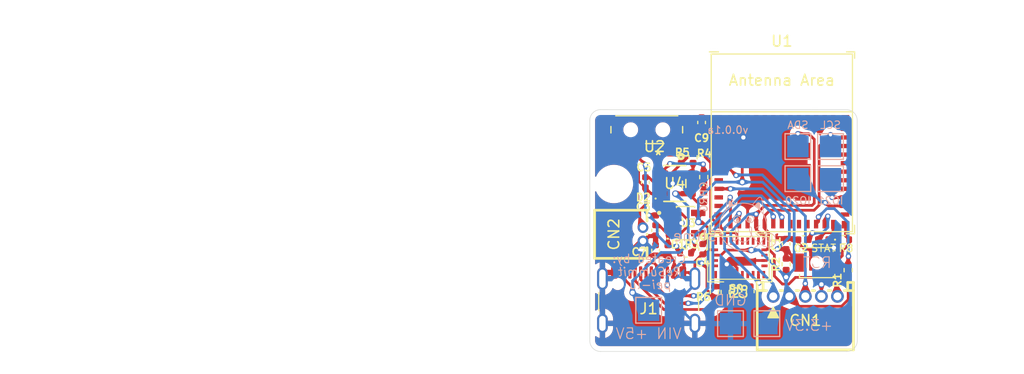
<source format=kicad_pcb>
(kicad_pcb (version 20240108) (generator "pcbnew") (generator_version "8.0")
  (layers (0 "F.Cu" signal) (31 "B.Cu" signal) (34 "B.Paste" user) (35 "F.Paste" user) (36 "B.SilkS" user "B.Silkscreen") (37 "F.SilkS" user "F.Silkscreen") (38 "B.Mask" user) (39 "F.Mask" user) (44 "Edge.Cuts" user))
  (net 0 "")
  (net 1 "GND")
  (net 2 "VBAT")
  (net 3 "/ESP32-C6FH4/ESP_EN")
  (net 4 "/ESP32-C6FH4/IO9{slash}BOOT")
  (net 5 "VBUS")
  (net 6 "Net-(CHRG1-K)")
  (net 7 "/ESP32-C6FH4/IO8")
  (net 8 "Net-(D1-K)")
  (net 9 "/ESP32-C6FH4/IO15{slash}LP")
  (net 10 "/ESP32-C6FH4/IO5")
  (net 11 "/ESP32-C6FH4/IO16{slash}TX")
  (net 12 "/ESP32-C6FH4/IO20{slash}PICO")
  (net 13 "/ESP32-C6FH4/IO23{slash}STAT")
  (net 14 "/ESP32-C6FH4/IO4")
  (net 15 "/ESP32-C6FH4/IO17{slash}RX")
  (net 16 "/ESP32-C6FH4/IO21{slash}POCI")
  (net 17 "/ESP32-C6FH4/IO22{slash}~{SD_DET}")
  (net 18 "D+ P")
  (net 20 "Net-(U5-CAP)")
  (net 21 "D- N")
  (net 22 "BNO_INT")
  (net 28 "BNO_SCL")
  (net 30 "BNO_SDA")
  (net 38 "+3.3V")
  (net 39 "/ESP32-C6FH4/IO14")
  (net 40 "BNO_INT2")
  (net 41 "BatSense")
  (net 42 "Net-(J1-CC2)")
  (net 43 "Net-(J1-CC1)")
  (net 44 "Net-(U4-STAT)")
  (net 45 "Net-(U4-PROG)")
  (net 48 "/ESP32-C6FH4/IO18{slash}~{CS}")
  (net 49 "/ESP32-C6FH4/IO3")
  (net 50 "/ESP32-C6FH4/IO19{slash}SCK")
  (net 51 "Net-(STAT1-K)")
  (net 54 "Net-(D2-A)")
  (footprint "Diode_SMD:D_0402_1005Metric" (layer "F.Cu") (at 107.95 102.5 -90)
    (property "Reference" "D1")
    (property "Value" "D")
  )
  (footprint "Capacitor_SMD:C_0402_1005Metric" (layer "F.Cu") (at 119 101.9 90)
    (property "Reference" "C1")
    (property "Value" "0.1uF")
  )
  (footprint "uSlime-libs:CONN-TH_5P-P1.50_X1502WR-05K-N0SN" (layer "F.Cu") (at 120.795 106.8)
    (property "Reference" "CN1")
    (property "Value" "X1502WR-05K-N0SN")
  )
  (footprint "Resistor_SMD:R_0402_1005Metric" (layer "F.Cu") (at 111.3 95.65 90)
    (property "Reference" "R4")
    (property "Value" "1k")
  )
  (footprint "Capacitor_SMD:C_0402_1005Metric" (layer "F.Cu") (at 105.85 96.15 90)
    (property "Reference" "C5")
    (property "Value" "10μF")
  )
  (footprint "Capacitor_SMD:C_0402_1005Metric" (layer "F.Cu") (at 111.1 90.55 90)
    (property "Reference" "C9")
    (property "Value" "0.1uF")
  )
  (footprint "Resistor_SMD:R_0402_1005Metric" (layer "F.Cu") (at 119 103.8 -90)
    (property "Reference" "R2")
    (property "Value" "100k")
  )
  (footprint "Capacitor_SMD:C_0402_1005Metric" (layer "F.Cu") (at 106.8 100.63 -90)
    (property "Reference" "C3")
    (property "Value" "10uF")
  )
  (footprint "Connector_USB:USB_C_Receptacle_GCT_USB4105-xx-A_16P_TopMnt_Horizontal" (layer "F.Cu") (at 106.15 108.25)
    (property "Reference" "J1")
    (property "Value" "USB_C_Receptacle_USB2.0_14P")
  )
  (footprint "Resistor_SMD:R_0402_1005Metric" (layer "F.Cu") (at 112.3 106.4 -90)
    (property "Reference" "R6")
    (property "Value" "5.1k")
  )
  (footprint "Diode_SMD:D_0402_1005Metric" (layer "F.Cu") (at 106.8 98.75 -90)
    (property "Reference" "D2")
    (property "Value" "D")
  )
  (footprint "Capacitor_SMD:C_0402_1005Metric" (layer "F.Cu") (at 111.2 102.4 -90)
    (property "Reference" "C4")
    (property "Value" "10uF")
  )
  (footprint "Resistor_SMD:R_0402_1005Metric" (layer "F.Cu") (at 109.6 102.75)
    (property "Reference" "R3")
    (property "Value" "180k")
  )
  (footprint "Resistor_SMD:R_0402_1005Metric" (layer "F.Cu") (at 110.3 93.8 90)
    (property "Reference" "R5")
    (property "Value" "2k")
  )
  (footprint "uSlime-libs:BNO080" (layer "F.Cu") (at 114.664 103.2)
    (property "Reference" "U5")
    (property "Value" "BNO085" (hide yes))
  )
  (footprint "LED_SMD:LED_0402_1005Metric" (layer "F.Cu") (at 122.4825 101.5 180)
    (property "Reference" "STAT1" (hide yes))
    (property "Value" "LED")
  )
  (footprint "Capacitor_SMD:C_0402_1005Metric" (layer "F.Cu") (at 115.65 106.35 90)
    (property "Reference" "C6")
    (property "Value" "0.1uF")
  )
  (footprint "Resistor_SMD:R_0402_1005Metric" (layer "F.Cu") (at 124.3825 101.5 180)
    (property "Reference" "R8")
    (property "Value" "1k")
  )
  (footprint "Resistor_SMD:R_0402_1005Metric" (layer "F.Cu") (at 124.8 104.35 -90)
    (property "Reference" "R1")
    (property "Value" "100k")
  )
  (footprint "Capacitor_SMD:C_0402_1005Metric" (layer "F.Cu") (at 120.6175 101.5 180)
    (property "Reference" "C2")
    (property "Value" "0.1uF")
  )
  (footprint "Resistor_SMD:R_0402_1005Metric" (layer "F.Cu") (at 113.3 106.4 -90)
    (property "Reference" "R7")
    (property "Value" "5.1k")
  )
  (footprint "" (layer "F.Cu") (at 102.9 96.3)
    (property "Reference" "")
    (property "Value" "")
  )
  (footprint "uSlime-libs:SOT-23-5_MC_MCH" (layer "F.Cu") (at 108.6 96.25)
    (property "Reference" "U4")
    (property "Value" "MCP73831T-2ACI/OT")
  )
  (footprint "PCM_Espressif:ESP32-C6-MINI-1" (layer "F.Cu") (at 118.6 92.45)
    (property "Reference" "U1")
    (property "Value" "ESP32-C6-MINI-1" (hide yes))
  )
  (footprint "uSlime-libs:SW_PCM12SMTR" (layer "F.Cu") (at 105.975 91.225 180)
    (property "Reference" "U2")
    (property "Value" "MSK-12C02_SMD_SPDT_SWITCH")
  )
  (footprint "Button_Switch_SMD:SW_SPST_B3U-1000P-B" (layer "F.Cu") (at 121.9 103.65 180)
    (property "Reference" "RESET1" (hide yes))
    (property "Value" "SW_Push")
  )
  (footprint "uSlime-libs:CONN-TH_2P-P1.25_1.25T-2AW" (layer "F.Cu") (at 105.619 101 -90)
    (property "Reference" "CN2")
    (property "Value" "1.25T-2AW")
  )
  (footprint "uSlime-libs:SOT95P285X140-5N" (layer "F.Cu") (at 109.6 99.95)
    (property "Reference" "U3")
    (property "Value" "AP2112K-3.3TRG1")
  )
  (footprint "LED_SMD:LED_0402_1005Metric" (layer "F.Cu") (at 111.3 97.5 -90)
    (property "Reference" "CHRG1" (hide yes))
    (property "Value" "LED")
  )
  (footprint "Capacitor_SMD:C_0402_1005Metric" (layer "F.Cu") (at 106.8 102.5 90)
    (property "Reference" "C7")
    (property "Value" "10μF")
  )
  (footprint "TestPoint:TestPoint_Pad_2.0x2.0mm" (layer "B.Cu") (at 113.8 109.35 180)
    (property "Reference" "TP6" (hide yes))
    (property "Value" "GND")
  )
  (footprint "TestPoint:TestPoint_Pad_2.0x2.0mm" (layer "B.Cu") (at 117.2 109.35 180)
    (property "Reference" "TP5" (hide yes))
    (property "Value" "3.3V")
  )
  (footprint "TestPoint:TestPoint_Pad_2.0x2.0mm" (layer "B.Cu") (at 120.1 95.8 180)
    (property "Reference" "TP3" (hide yes))
    (property "Value" "IO14")
  )
  (footprint "TestPoint:TestPoint_Pad_2.0x2.0mm" (layer "B.Cu") (at 123.15 92.8 180)
    (property "Reference" "TP2" (hide yes))
    (property "Value" "SCL")
  )
  (footprint "TestPoint:TestPoint_Pad_2.0x2.0mm" (layer "B.Cu") (at 106.15 108.1 180)
    (property "Reference" "TP7" (hide yes))
    (property "Value" "VBUS")
  )
  (footprint "TestPoint:TestPoint_Pad_2.0x2.0mm" (layer "B.Cu") (at 123.15 95.8 180)
    (property "Reference" "TP4" (hide yes))
    (property "Value" "IO14")
  )
  (footprint "uSlime-libs:uSlime_logo" (layer "B.Cu") (at 115.014615 100.135524 180)
    (property "Reference" "G***" (hide yes))
    (property "Value" "LOGO" (hide yes))
  )
  (footprint "TestPoint:TestPoint_Pad_2.0x2.0mm" (layer "B.Cu") (at 120.1 92.8 180)
    (property "Reference" "TP1" (hide yes))
    (property "Value" "SDA")
  )
  (gr_line (start 124.642893 89.357107) (end 101.65 89.35) (stroke (width 0.05)) (layer "Edge.Cuts"))
  (gr_line (start 101.65 111.95) (end 124.65 111.95) (stroke (width 0.05)) (layer "Edge.Cuts"))
  (gr_line (start 125.65 110.95) (end 125.642893 90.357107) (stroke (width 0.05)) (layer "Edge.Cuts"))
  (gr_arc (start 100.65 90.35) (mid 100.942893 89.642893) (end 101.65 89.35) (stroke (width 0.05)) (layer "Edge.Cuts"))
  (gr_line (start 100.65 90.35) (end 100.65 110.95) (stroke (width 0.05)) (layer "Edge.Cuts"))
  (gr_arc (start 101.65 111.95) (mid 100.942893 111.657107) (end 100.65 110.95) (stroke (width 0.05)) (layer "Edge.Cuts"))
  (gr_arc (start 124.642893 89.357107) (mid 125.35 89.65) (end 125.642893 90.357107) (stroke (width 0.05)) (layer "Edge.Cuts"))
  (gr_arc (start 125.65 110.95) (mid 125.357107 111.657107) (end 124.65 111.95) (stroke (width 0.05)) (layer "Edge.Cuts"))
  (gr_text "IO21" (at 123.15 97.45 0) (layer "B.SilkS") (effects (font (size 0.7 0.7) (thickness 0.1)) (justify top mirror)))
  (gr_text "VIN +5V" (at 106.15 109.7 0) (layer "B.SilkS") (effects (font (size 1 1) (thickness 0.1)) (justify top mirror)))
  (gr_text "Created by:" (at 106.2 103.75 0) (layer "B.SilkS") (effects (font (size 0.8 0.8) (thickness 0.1)) (justify bottom mirror)))
  (gr_text "SCL" (at 123.15 91.2 0) (layer "B.SilkS") (effects (font (size 0.7 0.7) (thickness 0.1)) (justify bottom mirror)))
  (gr_text "pei-lu" (at 106.3 105.25 0) (layer "B.SilkS") (effects (font (size 0.8 0.8) (thickness 0.1) (italic yes)) (justify top mirror)))
  (gr_text "+3.3V" (at 121.15 110.1 0) (layer "B.SilkS") (effects (font (size 1 1) (thickness 0.1)) (justify bottom mirror)))
  (gr_text "RST" (at 121.9 103.65 0) (layer "B.SilkS") (effects (font (size 1 1) (thickness 0.1)) (justify mirror)))
  (gr_text "GND" (at 113.8 107.75 0) (layer "B.SilkS") (effects (font (size 1 1) (thickness 0.1)) (justify bottom mirror)))
  (gr_text "CHRG" (at 111.3 97.5 90) (layer "B.SilkS") (effects (font (size 0.7 0.7) (thickness 0.1)) (justify mirror)))
  (gr_text "v0.0.1a" (at 113.55 91.25 0) (layer "B.SilkS") (effects (font (size 0.7 0.7) (thickness 0.1)) (justify mirror)))
  (gr_text "SDA" (at 120.1 91.2 0) (layer "B.SilkS") (effects (font (size 0.7 0.7) (thickness 0.1)) (justify bottom mirror)))
  (gr_text "ReSummit" (at 106.3 104.05 0) (layer "B.SilkS") (effects (font (size 0.8 0.8) (thickness 0.1) (italic yes)) (justify top mirror)))
  (gr_text "IO20" (at 120.1 97.45 0) (layer "B.SilkS") (effects (font (size 0.7 0.7) (thickness 0.1)) (justify top mirror)))
  (gr_text "STAT" (at 122.5 102.3 -0) (layer "F.SilkS") (effects (font (size 0.7 0.7) (thickness 0.1))))
  (segment (start 111.126998 102.88) (end 110.47 103.536998) (width 0.254) (layer "F.Cu") (net 1))
  (segment (start 115 91.95) (end 115.4 91.95) (width 0.254) (layer "F.Cu") (net 1))
  (segment (start 114.41421 104.14691) (end 114.41421 104.76304) (width 0.254) (layer "F.Cu") (net 1))
  (segment (start 113.3 105.89) (end 113.64 105.89) (width 0.254) (layer "F.Cu") (net 1))
  (segment (start 114.24277 100.85) (end 113.4 100.85) (width 0.254) (layer "F.Cu") (net 1))
  (segment (start 111.2 102.88) (end 111.126998 102.88) (width 0.254) (layer "F.Cu") (net 1))
  (segment (start 114.58 106.83) (end 115.65 106.83) (width 0.254) (layer "F.Cu") (net 1))
  (segment (start 113.45 103.8) (end 114.0673 103.8) (width 0.254) (layer "F.Cu") (net 1))
  (segment (start 112.3 105.89) (end 113.3 105.89) (width 0.254) (layer "F.Cu") (net 1))
  (segment (start 102.95 104.57) (end 102.405 104.57) (width 0.254) (layer "F.Cu") (net 1))
  (segment (start 112.7 91.95) (end 112.7 90.25) (width 0.254) (layer "F.Cu") (net 1))
  (segment (start 112.65 100.1) (end 112.65 99.2) (width 0.254) (layer "F.Cu") (net 1))
  (segment (start 124.55 100.1) (end 124.55 101.1575) (width 0.254) (layer "F.Cu") (net 1))
  (segment (start 111.630001 102.449999) (end 111.2 102.88) (width 0.254) (layer "F.Cu") (net 1))
  (segment (start 106.739999 96.25) (end 107.3046 96.25) (width 0.254) (layer "F.Cu") (net 1))
  (segment (start 111.947 99.397) (end 111.947 94.297) (width 0.254) (layer "F.Cu") (net 1))
  (segment (start 115.4 91.95) (end 116.625 93.175) (width 0.254) (layer "F.Cu") (net 1))
  (segment (start 102.95 104.57) (end 102.95 103.995001) (width 0.254) (layer "F.Cu") (net 1))
  (segment (start 102.405 104.57) (end 101.83 105.145) (width 0.254) (layer "F.Cu") (net 1))
  (segment (start 123.6 103.65) (end 124.25 103) (width 0.254) (layer "F.Cu") (net 1))
  (segment (start 113.45 103.8) (end 115.1 103.8) (width 0.254) (layer "F.Cu") (net 1))
  (segment (start 122.295 105.682) (end 122.3 105.677) (width 0.254) (layer "F.Cu") (net 1))
  (segment (start 112.378 102.449999) (end 111.630001 102.449999) (width 0.254) (layer "F.Cu") (net 1))
  (segment (start 106.8 102.015) (end 106.869318 102.015) (width 0.254) (layer "F.Cu") (net 1))
  (segment (start 108.415 99.95) (end 109.223 99.95) (width 0.254) (layer "F.Cu") (net 1))
  (segment (start 122.35 102.4) (end 123.6 103.65) (width 0.254) (layer "F.Cu") (net 1))
  (segment (start 109.35 104.57) (end 109.895 104.57) (width 0.254) (layer "F.Cu") (net 1))
  (segment (start 105.320001 101.625) (end 105.619 101.625) (width 0.254) (layer "F.Cu") (net 1))
  (segment (start 111.947 94.297) (end 110.94 93.29) (width 0.254) (layer "F.Cu") (net 1))
  (segment (start 115.1 103.8) (end 115.45014 103.44986) (width 0.254) (layer "F.Cu") (net 1))
  (segment (start 101.83 109.325) (end 101.83 105.145) (width 0.254) (layer "F.Cu") (net 1))
  (segment (start 115.4 100.05) (end 115.4 98.35) (width 0.254) (layer "F.Cu") (net 1))
  (segment (start 102.95 103.995001) (end 105.320001 101.625) (width 0.254) (layer "F.Cu") (net 1))
  (segment (start 106.134 101.11) (end 106.8 101.11) (width 0.254) (layer "F.Cu") (net 1))
  (segment (start 124.25 102.55) (end 124.8925 101.9075) (width 0.254) (layer "F.Cu") (net 1))
  (segment (start 112.52 90.07) (end 112.65 90.2) (width 0.254) (layer "F.Cu") (net 1))
  (segment (start 112.7 90.25) (end 112.65 90.2) (width 0.254) (layer "F.Cu") (net 1))
  (segment (start 109.895 104.57) (end 110.47 105.145) (width 0.254) (layer "F.Cu") (net 1))
  (segment (start 119 101.42) (end 120.0575 101.42) (width 0.254) (layer "F.Cu") (net 1))
  (segment (start 110.94 93.29) (end 110.3 93.29) (width 0.254) (layer "F.Cu") (net 1))
  (segment (start 111.1 90.07) (end 112.52 90.07) (width 0.254) (layer "F.Cu") (net 1))
  (segment (start 113.4 100.85) (end 112.65 100.1) (width 0.254) (layer "F.Cu") (net 1))
  (segment (start 109.625 90.26) (end 109.625 92.19) (width 0.254) (layer "F.Cu") (net 1))
  (segment (start 106.8 102.02) (end 106.8 101.11) (width 0.254) (layer "F.Cu") (net 1))
  (segment (start 110.3 92.865) (end 109.625 92.19) (width 0.254) (layer "F.Cu") (net 1))
  (segment (start 108.4 96.25) (end 107.3046 96.25) (width 0.254) (layer "F.Cu") (net 1))
  (segment (start 108.4 95.19) (end 110.3 93.29) (width 0.254) (layer "F.Cu") (net 1))
  (segment (start 120.1375 101.809999) (end 120.727501 102.4) (width 0.254) (layer "F.Cu") (net 1))
  (segment (start 102.325 90.26) (end 102.325 92.19) (width 0.254) (layer "F.Cu") (net 1))
  (segment (start 102.325 90.26) (end 109.625 90.26) (width 0.254) (layer "F.Cu") (net 1))
  (segment (start 123.6 103.65) (end 123.6 102.396282) (width 0.254) (layer "F.Cu") (net 1))
  (segment (start 110.47 109.325) (end 101.83 109.325) (width 0.254) (layer "F.Cu") (net 1))
  (segment (start 110.3 93.29) (end 110.3 92.865) (width 0.254) (layer "F.Cu") (net 1))
  (segment (start 124.25 103) (end 124.25 102.55) (width 0.254) (layer "F.Cu") (net 1))
  (segment (start 112.65 100.1) (end 111.947 99.397) (width 0.254) (layer "F.Cu") (net 1))
  (segment (start 124.8925 101.9075) (end 124.8925 101.5) (width 0.254) (layer "F.Cu") (net 1))
  (segment (start 113.64 105.89) (end 114.58 106.83) (width 0.254) (layer "F.Cu") (net 1))
  (segment (start 115.4 98.35) (end 116.625 97.125) (width 0.254) (layer "F.Cu") (net 1))
  (segment (start 115 91.95) (end 112.7 91.95) (width 0.254) (layer "F.Cu") (net 1))
  (segment (start 114.41421 101.63757) (end 114.41421 101.02144) (width 0.254) (layer "F.Cu") (net 1))
  (segment (start 105.619 101.625) (end 106.134 101.11) (width 0.254) (layer "F.Cu") (net 1))
  (segment (start 115.45014 103.44986) (end 116.97707 103.44986) (width 0.254) (layer "F.Cu") (net 1))
  (segment (start 114.41421 101.02144) (end 114.24277 100.85) (width 0.254) (layer "F.Cu") (net 1))
  (segment (start 106.159999 95.67) (end 106.739999 96.25) (width 0.254) (layer "F.Cu") (net 1))
  (segment (start 109.815 90.07) (end 109.625 90.26) (width 0.254) (layer "F.Cu") (net 1))
  (segment (start 120.727501 102.4) (end 122.35 102.4) (width 0.254) (layer "F.Cu") (net 1))
  (segment (start 120.1375 101.5) (end 120.1375 101.809999) (width 0.254) (layer "F.Cu") (net 1))
  (segment (start 112.65 99.2) (end 112.7 99.15) (width 0.254) (layer "F.Cu") (net 1))
  (segment (start 105.85 95.67) (end 106.159999 95.67) (width 0.254) (layer "F.Cu") (net 1))
  (segment (start 112.65 90.2) (end 124.55 90.2) (width 0.254) (layer "F.Cu") (net 1))
  (segment (start 120.0575 101.42) (end 120.1375 101.5) (width 0.254) (layer "F.Cu") (net 1))
  (segment (start 123.6 102.396282) (end 123.464941 102.261223) (width 0.254) (layer "F.Cu") (net 1))
  (segment (start 122.295 106.8) (end 122.295 105.682) (width 0.254) (layer "F.Cu") (net 1))
  (segment (start 111.1 90.07) (end 109.815 90.07) (width 0.254) (layer "F.Cu") (net 1))
  (segment (start 108.4 96.25) (end 108.4 95.19) (width 0.254) (layer "F.Cu") (net 1))
  (segment (start 124.55 101.1575) (end 124.8925 101.5) (width 0.254) (layer "F.Cu") (net 1))
  (segment (start 114.0673 103.8) (end 114.41421 104.14691) (width 0.254) (layer "F.Cu") (net 1))
  (segment (start 110.47 103.536998) (end 110.47 105.145) (width 0.254) (layer "F.Cu") (net 1))
  (via (at 113.45 103.8) (size 0.6) (drill 0.4) (layers "F.Cu" "B.Cu") (net 1))
  (via (at 122.3 105.677) (size 0.6) (drill 0.4) (layers "F.Cu" "B.Cu") (net 1))
  (via (at 109.223 99.95) (size 0.6) (drill 0.4) (layers "F.Cu" "B.Cu") (net 1))
  (via (at 108.4 96.25) (size 0.6) (drill 0.4) (layers "F.Cu" "B.Cu") (net 1))
  (via (at 123.464941 102.261223) (size 0.6) (drill 0.4) (layers "F.Cu" "B.Cu") (net 1))
  (via (at 115 91.95) (size 0.6) (drill 0.4) (layers "F.Cu" "B.Cu") (net 1))
  (segment (start 110.47 105.145) (end 110.47 105.695) (width 0.254) (layer "B.Cu") (net 1))
  (segment (start 123.464941 102.261223) (end 123.464941 104.512059) (width 0.254) (layer "B.Cu") (net 1))
  (segment (start 123.464941 104.512059) (end 122.3 105.677) (width 0.254) (layer "B.Cu") (net 1))
  (segment (start 108.023 98.75) (end 108.023 96.627) (width 0.254) (layer "B.Cu") (net 1))
  (segment (start 109.25 106.915) (end 109.25 108.105) (width 0.254) (layer "B.Cu") (net 1))
  (segment (start 110.47 105.695) (end 109.25 106.915) (width 0.254) (layer "B.Cu") (net 1))
  (segment (start 109.223 99.95) (end 108.023 98.75) (width 0.254) (layer "B.Cu") (net 1))
  (segment (start 109.25 108.105) (end 110.47 109.325) (width 0.254) (layer "B.Cu") (net 1))
  (segment (start 108.023 96.627) (end 108.4 96.25) (width 0.254) (layer "B.Cu") (net 1))
  (segment (start 103.725 92.975) (end 103.725 93.525) (width 0.254) (layer "F.Cu") (net 2))
  (segment (start 105.213 96.022801) (end 106.3902 97.200001) (width 0.254) (layer "F.Cu") (net 2))
  (segment (start 105.323 100.079) (end 105.619 100.375) (width 0.254) (layer "F.Cu") (net 2))
  (segment (start 105.9 98.183998) (end 105.323 98.760998) (width 0.254) (layer "F.Cu") (net 2))
  (segment (start 105.323 98.760998) (end 105.323 100.079) (width 0.254) (layer "F.Cu") (net 2))
  (segment (start 105.9 96.68) (end 105.9 98.183998) (width 0.254) (layer "F.Cu") (net 2))
  (segment (start 106.3902 97.200001) (end 107.3046 97.200001) (width 0.254) (layer "F.Cu") (net 2))
  (segment (start 105.213 95.013) (end 105.213 96.022801) (width 0.254) (layer "F.Cu") (net 2))
  (segment (start 103.725 93.525) (end 105.213 95.013) (width 0.254) (layer "F.Cu") (net 2))
  (segment (start 105.85 96.63) (end 105.9 96.68) (width 0.254) (layer "F.Cu") (net 2))
  (segment (start 119.84 103.29) (end 120.2 103.65) (width 0.254) (layer "F.Cu") (net 3))
  (segment (start 119 102.38) (end 119 102.45) (width 0.254) (layer "F.Cu") (net 3))
  (segment (start 119 102.45) (end 120.2 103.65) (width 0.254) (layer "F.Cu") (net 3))
  (segment (start 118.17 102.38) (end 119 102.38) (width 0.254) (layer "F.Cu") (net 3))
  (segment (start 119 103.29) (end 119.84 103.29) (width 0.254) (layer "F.Cu") (net 3))
  (segment (start 113.8 96.75) (end 112.7 96.75) (width 0.254) (layer "F.Cu") (net 3))
  (segment (start 119 102.38) (end 119 103.29) (width 0.254) (layer "F.Cu") (net 3))
  (via (at 113.8 96.75) (size 0.5) (drill 0.3) (layers "F.Cu" "B.Cu") (net 3))
  (via (at 118.17 102.38) (size 0.5) (drill 0.3) (layers "F.Cu" "B.Cu") (net 3))
  (segment (start 118.15 102.4) (end 119.3 101.25) (width 0.254) (layer "B.Cu") (net 3))
  (segment (start 118.839002 98.623) (end 118.665052 98.623) (width 0.254) (layer "B.Cu") (net 3))
  (segment (start 119.3 101.25) (end 119.3 99.083998) (width 0.254) (layer "B.Cu") (net 3))
  (segment (start 116.792052 96.75) (end 113.8 96.75) (width 0.254) (layer "B.Cu") (net 3))
  (segment (start 119.3 99.083998) (end 118.839002 98.623) (width 0.254) (layer "B.Cu") (net 3))
  (segment (start 118.665052 98.623) (end 116.792052 96.75) (width 0.254) (layer "B.Cu") (net 3))
  (segment (start 121.0975 101.321572) (end 121.548771 100.870301) (width 0.254) (layer "F.Cu") (net 4))
  (segment (start 122.899255 99.315257) (end 122.6 99.614512) (width 0.254) (layer "F.Cu") (net 4))
  (segment (start 121.460627 100.870301) (end 121.454947 100.875981) (width 0.254) (layer "F.Cu") (net 4))
  (segment (start 122.6 99.614512) (end 122.6 100.05) (width 0.254) (layer "F.Cu") (net 4))
  (segment (start 121.0975 101.5) (end 121.0975 101.321572) (width 0.254) (layer "F.Cu") (net 4))
  (segment (start 121.548771 100.870301) (end 121.460627 100.870301) (width 0.254) (layer "F.Cu") (net 4))
  (via (at 122.899255 99.315257) (size 0.5) (drill 0.3) (layers "F.Cu" "B.Cu") (net 4))
  (via (at 121.454947 100.875981) (size 0.5) (drill 0.3) (layers "F.Cu" "B.Cu") (net 4))
  (segment (start 122.899255 100.350745) (end 122.374019 100.875981) (width 0.254) (layer "B.Cu") (net 4))
  (segment (start 122.899255 99.315257) (end 122.899255 100.350745) (width 0.254) (layer "B.Cu") (net 4))
  (segment (start 122.374019 100.875981) (end 121.454947 100.875981) (width 0.254) (layer "B.Cu") (net 4))
  (segment (start 106.8 102.985) (end 104.760001 102.985) (width 0.254) (layer "F.Cu") (net 5))
  (segment (start 108.55 103.53) (end 108.55 104.57) (width 0.254) (layer "F.Cu") (net 5))
  (segment (start 104.65 106.45) (end 104.65 105.965592) (width 0.254) (layer "F.Cu") (net 5))
  (segment (start 103.75 103.995001) (end 103.75 104.57) (width 0.254) (layer "F.Cu") (net 5))
  (segment (start 110.680399 97.985) (end 111.3 97.985) (width 0.254) (layer "F.Cu") (net 5))
  (segment (start 109.8954 97.200001) (end 108.650001 97.200001) (width 0.254) (layer "F.Cu") (net 5))
  (segment (start 107.705 102.985) (end 107.72 103) (width 0.254) (layer "F.Cu") (net 5))
  (segment (start 103.75 105.065592) (end 103.75 104.57) (width 0.254) (layer "F.Cu") (net 5))
  (segment (start 108.650001 97.200001) (end 108.65 97.2) (width 0.254) (layer "F.Cu") (net 5))
  (segment (start 108.02 103) (end 108.55 103.53) (width 0.254) (layer "F.Cu") (net 5))
  (segment (start 104.760001 102.985) (end 103.75 103.995001) (width 0.254) (layer "F.Cu") (net 5))
  (segment (start 104.65 105.965592) (end 103.75 105.065592) (width 0.254) (layer "F.Cu") (net 5))
  (segment (start 109.8954 97.200001) (end 110.680399 97.985) (width 0.254) (layer "F.Cu") (net 5))
  (segment (start 107.72 103) (end 108.02 103) (width 0.254) (layer "F.Cu") (net 5))
  (segment (start 106.8 102.985) (end 107.705 102.985) (width 0.254) (layer "F.Cu") (net 5))
  (via (at 108.65 97.2) (size 0.6) (drill 0.4) (layers "F.Cu" "B.Cu") (net 5))
  (via (at 104.65 106.45) (size 0.6) (drill 0.4) (layers "F.Cu" "B.Cu") (net 5))
  (segment (start 106.15 107.95) (end 106.15 108.1) (width 0.254) (layer "B.Cu") (net 5))
  (segment (start 104.65 105.35) (end 104.65 106.45) (width 0.254) (layer "B.Cu") (net 5))
  (segment (start 109.026002 102.7) (end 107.3 102.7) (width 0.254) (layer "B.Cu") (net 5))
  (segment (start 109.85 98.4) (end 109.85 101.876002) (width 0.254) (layer "B.Cu") (net 5))
  (segment (start 107.3 102.7) (end 104.65 105.35) (width 0.254) (layer "B.Cu") (net 5))
  (segment (start 104.65 106.45) (end 106.15 107.95) (width 0.254) (layer "B.Cu") (net 5))
  (segment (start 109.85 101.876002) (end 109.026002 102.7) (width 0.254) (layer "B.Cu") (net 5))
  (segment (start 108.65 97.2) (end 109.85 98.4) (width 0.254) (layer "B.Cu") (net 5))
  (segment (start 111.3 97.015) (end 111.3 96.16) (width 0.254) (layer "F.Cu") (net 6))
  (segment (start 124.8 103.84) (end 124.8 103.05) (width 0.254) (layer "F.Cu") (net 7))
  (segment (start 124.822392 103.05) (end 124.824631 103.052239) (width 0.254) (layer "F.Cu") (net 7))
  (segment (start 122.023 99.827) (end 121.8 100.05) (width 0.254) (layer "F.Cu") (net 7))
  (segment (start 124.8 103.05) (end 124.822392 103.05) (width 0.254) (layer "F.Cu") (net 7))
  (segment (start 122.023 99.378037) (end 122.023 99.827) (width 0.254) (layer "F.Cu") (net 7))
  (via (at 124.824631 103.052239) (size 0.5) (drill 0.3) (layers "F.Cu" "B.Cu") (net 7))
  (via (at 122.023 99.378037) (size 0.5) (drill 0.3) (layers "F.Cu" "B.Cu") (net 7))
  (segment (start 122.322255 99.076255) (end 122.79851 98.6) (width 0.254) (layer "B.Cu") (net 7))
  (segment (start 122.322255 99.078782) (end 122.322255 99.076255) (width 0.254) (layer "B.Cu") (net 7))
  (segment (start 123.5 98.6) (end 124.8 99.9) (width 0.254) (layer "B.Cu") (net 7))
  (segment (start 122.023 99.378037) (end 122.322255 99.078782) (width 0.254) (layer "B.Cu") (net 7))
  (segment (start 122.79851 98.6) (end 123.5 98.6) (width 0.254) (layer "B.Cu") (net 7))
  (segment (start 124.8 99.9) (end 124.8 103.05) (width 0.254) (layer "B.Cu") (net 7))
  (segment (start 109.159712 99) (end 109.861333 99.701621) (width 0.254) (layer "F.Cu") (net 8))
  (segment (start 107.859999 100.9) (end 108.415 100.9) (width 0.254) (layer "F.Cu") (net 8))
  (segment (start 108.415 99) (end 109.159712 99) (width 0.254) (layer "F.Cu") (net 8))
  (segment (start 107.95 102.015) (end 107.95 101.365) (width 0.254) (layer "F.Cu") (net 8))
  (segment (start 107.68 98.265) (end 108.415 99) (width 0.254) (layer "F.Cu") (net 8))
  (segment (start 109.861333 100.198379) (end 109.159712 100.9) (width 0.254) (layer "F.Cu") (net 8))
  (segment (start 109.861333 99.701621) (end 109.861333 100.198379) (width 0.254) (layer "F.Cu") (net 8))
  (segment (start 107.109999 100.15) (end 107.859999 100.9) (width 0.254) (layer "F.Cu") (net 8))
  (segment (start 109.159712 100.9) (end 108.415 100.9) (width 0.254) (layer "F.Cu") (net 8))
  (segment (start 107.984318 100.9) (end 108.415 100.9) (width 0.254) (layer "F.Cu") (net 8))
  (segment (start 106.8 100.15) (end 107.109999 100.15) (width 0.254) (layer "F.Cu") (net 8))
  (segment (start 107.95 101.365) (end 108.415 100.9) (width 0.254) (layer "F.Cu") (net 8))
  (segment (start 106.8 98.265) (end 107.68 98.265) (width 0.254) (layer "F.Cu") (net 8))
  (segment (start 122.967631 98.35) (end 124.5 98.35) (width 0.254) (layer "F.Cu") (net 12))
  (segment (start 122.658 98.040369) (end 122.967631 98.35) (width 0.254) (layer "F.Cu") (net 12))
  (via (at 122.658 98.040369) (size 0.5) (drill 0.3) (layers "F.Cu" "B.Cu") (net 12))
  (segment (start 120.1 95.8) (end 122.340369 98.040369) (width 0.254) (layer "B.Cu") (net 12))
  (segment (start 122.340369 98.040369) (end 122.658 98.040369) (width 0.254) (layer "B.Cu") (net 12))
  (segment (start 123.3 97.55) (end 124.5 97.55) (width 0.254) (layer "F.Cu") (net 16))
  (via (at 123.3 97.55) (size 0.5) (drill 0.3) (layers "F.Cu" "B.Cu") (net 16))
  (segment (start 123.15 95.8) (end 123.15 97.4) (width 0.254) (layer "B.Cu") (net 16))
  (segment (start 123.15 97.4) (end 123.3 97.55) (width 0.254) (layer "B.Cu") (net 16))
  (segment (start 107.75 106.75) (end 106.9 105.9) (width 0.254) (layer "F.Cu") (net 18))
  (segment (start 105.9 104.57) (end 105.9 103.924408) (width 0.254) (layer "F.Cu") (net 18))
  (segment (start 110.35 106.75) (end 107.75 106.75) (width 0.254) (layer "F.Cu") (net 18))
  (segment (start 118.6 100.05) (end 118.6 99.4) (width 0.254) (layer "F.Cu") (net 18))
  (segment (start 106.156408 103.668) (end 106.643592 103.668) (width 0.254) (layer "F.Cu") (net 18))
  (segment (start 106.643592 103.668) (end 106.9 103.924408) (width 0.254) (layer "F.Cu") (net 18))
  (segment (start 106.9 105.9) (end 106.9 104.57) (width 0.254) (layer "F.Cu") (net 18))
  (segment (start 106.9 103.924408) (end 106.9 104.57) (width 0.254) (layer "F.Cu") (net 18))
  (segment (start 105.9 103.924408) (end 106.156408 103.668) (width 0.254) (layer "F.Cu") (net 18))
  (via (at 110.35 106.75) (size 0.5) (drill 0.3) (layers "F.Cu" "B.Cu") (net 18))
  (via (at 118.6 99.4) (size 0.5) (drill 0.3) (layers "F.Cu" "B.Cu") (net 18))
  (segment (start 110.35 106.75) (end 110.95 106.75) (width 0.254) (layer "B.Cu") (net 18))
  (segment (start 114.8 97.4) (end 116.692052 97.4) (width 0.254) (layer "B.Cu") (net 18))
  (segment (start 116.692052 97.4) (end 118.6 99.307948) (width 0.254) (layer "B.Cu") (net 18))
  (segment (start 111.7 106) (end 111.7 100.5) (width 0.254) (layer "B.Cu") (net 18))
  (segment (start 110.95 106.75) (end 111.7 106) (width 0.254) (layer "B.Cu") (net 18))
  (segment (start 111.7 100.5) (end 114.8 97.4) (width 0.254) (layer "B.Cu") (net 18))
  (segment (start 118.6 99.307948) (end 118.6 99.4) (width 0.254) (layer "B.Cu") (net 18))
  (segment (start 114.40466 105.87) (end 115.65 105.87) (width 0.254) (layer "F.Cu") (net 20))
  (segment (start 113.91383 105.37917) (end 114.40466 105.87) (width 0.254) (layer "F.Cu") (net 20))
  (segment (start 113.91383 104.76304) (end 113.91383 105.37917) (width 0.254) (layer "F.Cu") (net 20))
  (segment (start 117.8 99.35) (end 117.8 100.05) (width 0.254) (layer "F.Cu") (net 21))
  (segment (start 106.592204 106.407796) (end 105.4 105.215592) (width 0.254) (layer "F.Cu") (net 21))
  (segment (start 109.85 107.450003) (end 109.849997 107.45) (width 0.254) (layer "F.Cu") (net 21))
  (segment (start 105.4 105.215592) (end 105.4 104.57) (width 0.254) (layer "F.Cu") (net 21))
  (segment (start 109.849997 107.45) (end 107.634408 107.45) (width 0.254) (layer "F.Cu") (net 21))
  (segment (start 106.4 104.57) (end 106.4 106.215592) (width 0.254) (layer "F.Cu") (net 21))
  (segment (start 107.634408 107.45) (end 106.592204 106.407796) (width 0.254) (layer "F.Cu") (net 21))
  (segment (start 106.4 106.215592) (end 106.592204 106.407796) (width 0.254) (layer "F.Cu") (net 21))
  (via (at 109.85 107.450003) (size 0.5) (drill 0.3) (layers "F.Cu" "B.Cu") (net 21))
  (via (at 117.8 99.35) (size 0.5) (drill 0.3) (layers "F.Cu" "B.Cu") (net 21))
  (segment (start 117.8 99.15) (end 116.6 97.95) (width 0.254) (layer "B.Cu") (net 21))
  (segment (start 116.6 97.95) (end 114.892052 97.95) (width 0.254) (layer "B.Cu") (net 21))
  (segment (start 109.85 107.450003) (end 110.89205 107.450003) (width 0.254) (layer "B.Cu") (net 21))
  (segment (start 112.154 100.688052) (end 112.154 106.188053) (width 0.254) (layer "B.Cu") (net 21))
  (segment (start 112.154 106.188053) (end 110.89205 107.450003) (width 0.254) (layer "B.Cu") (net 21))
  (segment (start 114.892052 97.95) (end 112.154 100.688052) (width 0.254) (layer "B.Cu") (net 21))
  (segment (start 114.604027 99.591973) (end 114.6 99.596) (width 0.254) (layer "F.Cu") (net 22))
  (segment (start 116.41446 105.51446) (end 116.45 105.55) (width 0.254) (layer "F.Cu") (net 22))
  (segment (start 116.41446 104.76304) (end 116.41446 105.51446) (width 0.254) (layer "F.Cu") (net 22))
  (segment (start 114.604027 99.054027) (end 114.604027 99.591973) (width 0.254) (layer "F.Cu") (net 22))
  (segment (start 114.6 99.596) (end 114.6 100.05) (width 0.254) (layer "F.Cu") (net 22))
  (via (at 116.45 105.55) (size 0.5) (drill 0.3) (layers "F.Cu" "B.Cu") (net 22))
  (via (at 114.604027 99.054027) (size 0.5) (drill 0.3) (layers "F.Cu" "B.Cu") (net 22))
  (segment (start 113.25 100.408054) (end 114.604027 99.054027) (width 0.254) (layer "B.Cu") (net 22))
  (segment (start 113.25 102.35) (end 113.25 100.408054) (width 0.254) (layer "B.Cu") (net 22))
  (segment (start 116.45 105.55) (end 113.25 102.35) (width 0.254) (layer "B.Cu") (net 22))
  (segment (start 117.36757 102.393572) (end 117.9 102.926002) (width 0.254) (layer "F.Cu") (net 28))
  (segment (start 117.36757 102.23243) (end 117.14963 102.45037) (width 0.254) (layer "F.Cu") (net 28))
  (segment (start 119.25 105.65) (end 119.872 105.028) (width 0.254) (layer "F.Cu") (net 28))
  (segment (start 117 100.464548) (end 117.36757 100.832118) (width 0.254) (layer "F.Cu") (net 28))
  (segment (start 118.65 105.65) (end 119.25 105.65) (width 0.254) (layer "F.Cu") (net 28))
  (segment (start 122.081 92.769) (end 123.15 91.7) (width 0.254) (layer "F.Cu") (net 28))
  (segment (start 117 100.05) (end 117 100.464548) (width 0.254) (layer "F.Cu") (net 28))
  (segment (start 117 99.25) (end 117.496 98.754) (width 0.254) (layer "F.Cu") (net 28))
  (segment (start 117.496 98.754) (end 121.611052 98.754) (width 0.254) (layer "F.Cu") (net 28))
  (segment (start 121.611052 98.754) (end 122.081 98.284052) (width 0.254) (layer "F.Cu") (net 28))
  (segment (start 117 100.05) (end 117 99.25) (width 0.254) (layer "F.Cu") (net 28))
  (segment (start 117.36757 100.832118) (end 117.36757 102.23243) (width 0.254) (layer "F.Cu") (net 28))
  (segment (start 119.872 105.028) (end 123.028 105.028) (width 0.254) (layer "F.Cu") (net 28))
  (segment (start 117.9 102.926002) (end 117.9 104.9) (width 0.254) (layer "F.Cu") (net 28))
  (segment (start 117.36757 102.23243) (end 117.36757 102.393572) (width 0.254) (layer "F.Cu") (net 28))
  (segment (start 122.081 98.284052) (end 122.081 92.769) (width 0.254) (layer "F.Cu") (net 28))
  (segment (start 117.14963 102.45037) (end 116.97707 102.45037) (width 0.254) (layer "F.Cu") (net 28))
  (segment (start 123.028 105.028) (end 123.795 105.795) (width 0.254) (layer "F.Cu") (net 28))
  (segment (start 123.795 105.795) (end 123.795 106.8) (width 0.254) (layer "F.Cu") (net 28))
  (segment (start 117.9 104.9) (end 118.65 105.65) (width 0.254) (layer "F.Cu") (net 28))
  (via (at 123.15 91.7) (size 0.5) (drill 0.3) (layers "F.Cu" "B.Cu") (net 28))
  (segment (start 123.15 92.8) (end 123.15 91.7) (width 0.254) (layer "B.Cu") (net 28))
  (segment (start 121.423 98.3) (end 117.014218 98.3) (width 0.254) (layer "F.Cu") (net 30))
  (segment (start 116.623065 100.973065) (end 116.2 100.55) (width 0.254) (layer "F.Cu") (net 30))
  (segment (start 120.1 91.6) (end 121.104 91.6) (width 0.254) (layer "F.Cu") (net 30))
  (segment (start 117.014218 98.3) (end 116.2 99.114218) (width 0.254) (layer "F.Cu") (net 30))
  (segment (start 116.2 99.114218) (end 116.2 100.05) (width 0.254) (layer "F.Cu") (net 30))
  (segment (start 121.627 92.123) (end 121.627 98.096) (width 0.254) (layer "F.Cu") (net 30))
  (segment (start 121.104 91.6) (end 121.627 92.123) (width 0.254) (layer "F.Cu") (net 30))
  (segment (start 116.91357 101.63757) (end 116.91357 101.02017) (width 0.254) (layer "F.Cu") (net 30))
  (segment (start 116.2 100.55) (end 116.2 100.05) (width 0.254) (layer "F.Cu") (net 30))
  (segment (start 121.627 98.096) (end 121.423 98.3) (width 0.254) (layer "F.Cu") (net 30))
  (segment (start 116.866465 100.973065) (end 116.623065 100.973065) (width 0.254) (layer "F.Cu") (net 30))
  (segment (start 116.91357 101.02017) (end 116.866465 100.973065) (width 0.254) (layer "F.Cu") (net 30))
  (via (at 120.1 91.6) (size 0.5) (drill 0.3) (layers "F.Cu" "B.Cu") (net 30))
  (via (at 116.2 99.114218) (size 0.5) (drill 0.3) (layers "F.Cu" "B.Cu") (net 30))
  (segment (start 115.485782 99.114218) (end 113.827 100.773) (width 0.254) (layer "B.Cu") (net 30))
  (segment (start 116.2 99.114218) (end 115.485782 99.114218) (width 0.254) (layer "B.Cu") (net 30))
  (segment (start 117.795 105.645) (end 117.795 106.8) (width 0.254) (layer "B.Cu") (net 30))
  (segment (start 120.1 91.6) (end 120.1 92.8) (width 0.254) (layer "B.Cu") (net 30))
  (segment (start 113.827 100.773) (end 113.827 101.677) (width 0.254) (layer "B.Cu") (net 30))
  (segment (start 113.827 101.677) (end 117.795 105.645) (width 0.254) (layer "B.Cu") (net 30))
  (segment (start 112.91434 101.63757) (end 112.91434 101.02144) (width 0.254) (layer "F.Cu") (net 38))
  (segment (start 124.8 107.105976) (end 124.178976 107.727) (width 0.254) (layer "F.Cu") (net 38))
  (segment (start 120.222 107.727) (end 119.295 106.8) (width 0.254) (layer "F.Cu") (net 38))
  (segment (start 111.787 101.333) (end 111.2 101.92) (width 0.254) (layer "F.Cu") (net 38))
  (segment (start 114.9 96.123) (end 114.9 93.7) (width 0.254) (layer "F.Cu") (net 38))
  (segment (start 111.787 100.489666) (end 111.787 101.333) (width 0.254) (layer "F.Cu") (net 38))
  (segment (start 111.147334 99.85) (end 111.787 100.489666) (width 0.254) (layer "F.Cu") (net 38))
  (segment (start 112.7 92.75) (end 114 92.75) (width 0.254) (layer "F.Cu") (net 38))
  (segment (start 114 92.8) (end 114 92.75) (width 0.254) (layer "F.Cu") (net 38))
  (segment (start 124.8 104.86) (end 124.8 107.105976) (width 0.254) (layer "F.Cu") (net 38))
  (segment (start 124.178976 107.727) (end 120.222 107.727) (width 0.254) (layer "F.Cu") (net 38))
  (segment (start 112.91786 102.95075) (end 112.35046 102.95075) (width 0.254) (layer "F.Cu") (net 38))
  (segment (start 112.046 92.75) (end 112.7 92.75) (width 0.254) (layer "F.Cu") (net 38))
  (segment (start 110.8 99.85) (end 111.147334 99.85) (width 0.254) (layer "F.Cu") (net 38))
  (segment (start 114.9 93.7) (end 114 92.8) (width 0.254) (layer "F.Cu") (net 38))
  (segment (start 112.074334 100.777) (end 111.787 100.489666) (width 0.254) (layer "F.Cu") (net 38))
  (segment (start 110.785 99.835) (end 110.785 99) (width 0.254) (layer "F.Cu") (net 38))
  (segment (start 111.1 91.804) (end 112.046 92.75) (width 0.254) (layer "F.Cu") (net 38))
  (segment (start 112.91434 101.02144) (end 112.6699 100.777) (width 0.254) (layer "F.Cu") (net 38))
  (segment (start 115.75 102.475077) (end 113.393533 102.475077) (width 0.254) (layer "F.Cu") (net 38))
  (segment (start 113.393533 102.475077) (end 112.91786 102.95075) (width 0.254) (layer "F.Cu") (net 38))
  (segment (start 112.6699 100.777) (end 112.074334 100.777) (width 0.254) (layer "F.Cu") (net 38))
  (segment (start 110.8 99.85) (end 110.785 99.835) (width 0.254) (layer "F.Cu") (net 38))
  (segment (start 119 105) (end 119 104.31) (width 0.254) (layer "F.Cu") (net 38))
  (segment (start 111.1 91.03) (end 111.1 91.804) (width 0.254) (layer "F.Cu") (net 38))
  (via (at 119 105) (size 0.6) (drill 0.4) (layers "F.Cu" "B.Cu") (net 38))
  (via (at 115.75 102.475077) (size 0.6) (drill 0.4) (layers "F.Cu" "B.Cu") (net 38))
  (via (at 110.8 99.85) (size 0.6) (drill 0.4) (layers "F.Cu" "B.Cu") (net 38))
  (via (at 114.9 96.123) (size 0.6) (drill 0.4) (layers "F.Cu" "B.Cu") (net 38))
  (segment (start 117.2 108.895) (end 119.295 106.8) (width 0.254) (layer "B.Cu") (net 38))
  (segment (start 118.853104 98.169) (end 116.807104 96.123) (width 0.254) (layer "B.Cu") (net 38))
  (segment (start 114.9 96.123) (end 112.392947 96.123) (width 0.254) (layer "B.Cu") (net 38))
  (segment (start 115.75 102.475077) (end 116.475077 102.475077) (width 0.254) (layer "B.Cu") (net 38))
  (segment (start 119.754 98.895945) (end 119.027055 98.169) (width 0.254) (layer "B.Cu") (net 38))
  (segment (start 112.392947 96.123) (end 110.8 97.715947) (width 0.254) (layer "B.Cu") (net 38))
  (segment (start 119.027055 98.169) (end 118.853104 98.169) (width 0.254) (layer "B.Cu") (net 38))
  (segment (start 116.475077 102.475077) (end 119 105) (width 0.254) (layer "B.Cu") (net 38))
  (segment (start 119.754 104.246) (end 119.754 98.895945) (width 0.254) (layer "B.Cu") (net 38))
  (segment (start 119 105) (end 119 106.505) (width 0.254) (layer "B.Cu") (net 38))
  (segment (start 119 105) (end 119.754 104.246) (width 0.254) (layer "B.Cu") (net 38))
  (segment (start 117.2 109.35) (end 117.2 108.895) (width 0.254) (layer "B.Cu") (net 38))
  (segment (start 116.807104 96.123) (end 114.9 96.123) (width 0.254) (layer "B.Cu") (net 38))
  (segment (start 110.8 97.715947) (end 110.8 99.85) (width 0.254) (layer "B.Cu") (net 38))
  (segment (start 119 106.505) (end 119.295 106.8) (width 0.254) (layer "B.Cu") (net 38))
  (segment (start 113.173 94.35) (end 112.7 94.35) (width 0.254) (layer "F.Cu") (net 40))
  (segment (start 114.323 95.5) (end 113.173 94.35) (width 0.254) (layer "F.Cu") (net 40))
  (segment (start 120.795 106.8) (end 120.795 105.605) (width 0.254) (layer "F.Cu") (net 40))
  (via (at 114.323 95.5) (size 0.5) (drill 0.3) (layers "F.Cu" "B.Cu") (net 40))
  (via (at 120.795 105.605) (size 0.5) (drill 0.3) (layers "F.Cu" "B.Cu") (net 40))
  (segment (start 114.323 95.5) (end 114.373 95.45) (width 0.254) (layer "B.Cu") (net 40))
  (segment (start 120.8 99.299892) (end 120.8 105.6) (width 0.254) (layer "B.Cu") (net 40))
  (segment (start 116.776156 95.45) (end 119.041156 97.715) (width 0.254) (layer "B.Cu") (net 40))
  (segment (start 119.041156 97.715) (end 119.215108 97.715) (width 0.254) (layer "B.Cu") (net 40))
  (segment (start 119.215108 97.715) (end 120.8 99.299892) (width 0.254) (layer "B.Cu") (net 40))
  (segment (start 114.373 95.45) (end 116.776156 95.45) (width 0.254) (layer "B.Cu") (net 40))
  (segment (start 110.11 102.75) (end 110.446328 102.413672) (width 0.254) (layer "F.Cu") (net 41))
  (segment (start 110.446328 102.413672) (end 110.446328 101.65) (width 0.254) (layer "F.Cu") (net 41))
  (segment (start 113.766999 97.55) (end 113.8 97.583001) (width 0.254) (layer "F.Cu") (net 41))
  (segment (start 113.8 97.583001) (end 113.8 100.05) (width 0.254) (layer "F.Cu") (net 41))
  (via (at 113.766999 97.55) (size 0.5) (drill 0.3) (layers "F.Cu" "B.Cu") (net 41))
  (via (at 110.446328 101.65) (size 0.5) (drill 0.3) (layers "F.Cu" "B.Cu") (net 41))
  (segment (start 110.446328 101.11162) (end 113.766999 97.790949) (width 0.254) (layer "B.Cu") (net 41))
  (segment (start 113.766999 97.790949) (end 113.766999 97.55) (width 0.254) (layer "B.Cu") (net 41))
  (segment (start 110.446328 101.65) (end 110.446328 101.11162) (width 0.254) (layer "B.Cu") (net 41))
  (segment (start 107.9 104.57) (end 107.9 105.75) (width 0.254) (layer "F.Cu") (net 42))
  (segment (start 111.6 106.21) (end 112.3 106.91) (width 0.254) (layer "F.Cu") (net 42))
  (segment (start 111.123 103.7) (end 111.6 104.177) (width 0.254) (layer "F.Cu") (net 42))
  (segment (start 111.6 104.177) (end 111.6 106.21) (width 0.254) (layer "F.Cu") (net 42))
  (via (at 107.9 105.75) (size 0.5) (drill 0.3) (layers "F.Cu" "B.Cu") (net 42))
  (via (at 111.123 103.7) (size 0.5) (drill 0.3) (layers "F.Cu" "B.Cu") (net 42))
  (segment (start 109.2 103.6) (end 111.023 103.6) (width 0.254) (layer "B.Cu") (net 42))
  (segment (start 107.9 104.9) (end 109.2 103.6) (width 0.254) (layer "B.Cu") (net 42))
  (segment (start 111.023 103.6) (end 111.123 103.7) (width 0.254) (layer "B.Cu") (net 42))
  (segment (start 107.9 105.75) (end 107.9 104.9) (width 0.254) (layer "B.Cu") (net 42))
  (segment (start 112.182997 108.027003) (end 107.569359 108.027003) (width 0.254) (layer "F.Cu") (net 43))
  (segment (start 104.9 105.357644) (end 104.9 104.57) (width 0.254) (layer "F.Cu") (net 43))
  (segment (start 113.3 106.91) (end 112.182997 108.027003) (width 0.254) (layer "F.Cu") (net 43))
  (segment (start 107.569359 108.027003) (end 104.9 105.357644) (width 0.254) (layer "F.Cu") (net 43))
  (segment (start 111.25 94.45) (end 111.25 95.09) (width 0.254) (layer "F.Cu") (net 44))
  (segment (start 111.25 95.09) (end 111.3 95.14) (width 0.254) (layer "F.Cu") (net 44))
  (segment (start 107.3046 95.299999) (end 107.3046 95.2454) (width 0.254) (layer "F.Cu") (net 44))
  (segment (start 107.3046 95.2454) (end 108.15 94.4) (width 0.254) (layer "F.Cu") (net 44))
  (via (at 111.25 94.45) (size 0.5) (drill 0.3) (layers "F.Cu" "B.Cu") (net 44))
  (via (at 108.15 94.4) (size 0.5) (drill 0.3) (layers "F.Cu" "B.Cu") (net 44))
  (segment (start 108.15 94.4) (end 111.2 94.4) (width 0.254) (layer "B.Cu") (net 44))
  (segment (start 111.2 94.4) (end 111.25 94.45) (width 0.254) (layer "B.Cu") (net 44))
  (segment (start 110.3 94.895399) (end 109.8954 95.299999) (width 0.254) (layer "F.Cu") (net 45))
  (segment (start 110.3 94.31) (end 110.3 94.895399) (width 0.254) (layer "F.Cu") (net 45))
  (segment (start 123.251 100.853) (end 123.4 100.704) (width 0.254) (layer "F.Cu") (net 48))
  (segment (start 121.9975 101.474868) (end 122.619368 100.853) (width 0.254) (layer "F.Cu") (net 48))
  (segment (start 123.4 100.704) (end 123.4 100.05) (width 0.254) (layer "F.Cu") (net 48))
  (segment (start 121.9975 101.5) (end 121.9975 101.474868) (width 0.254) (layer "F.Cu") (net 48))
  (segment (start 122.619368 100.853) (end 123.251 100.853) (width 0.254) (layer "F.Cu") (net 48))
  (segment (start 123.8725 101.5) (end 122.9675 101.5) (width 0.254) (layer "F.Cu") (net 51))
  (segment (start 105.225 93.875) (end 105.85 94.5) (width 0.254) (layer "F.Cu") (net 54))
  (segment (start 106.175 99.225) (end 106.79 99.225) (width 0.254) (layer "F.Cu") (net 54))
  (segment (start 108.76 102.42) (end 108.76 102.123) (width 0.254) (layer "F.Cu") (net 54))
  (segment (start 109.09 102.75) (end 108.76 102.42) (width 0.254) (layer "F.Cu") (net 54))
  (segment (start 105.225 92.975) (end 105.225 93.875) (width 0.254) (layer "F.Cu") (net 54))
  (segment (start 106.79 99.225) (end 106.8 99.235) (width 0.254) (layer "F.Cu") (net 54))
  (via (at 105.85 94.5) (size 0.5) (drill 0.3) (layers "F.Cu" "B.Cu") (net 54))
  (via (at 108.76 102.123) (size 0.5) (drill 0.3) (layers "F.Cu" "B.Cu") (net 54))
  (via (at 106.175 99.225) (size 0.5) (drill 0.3) (layers "F.Cu" "B.Cu") (net 54))
  (segment (start 106.175 99.225) (end 106.95 100) (width 0.254) (layer "B.Cu") (net 54))
  (segment (start 106.175 99.225) (end 105.85 98.9) (width 0.254) (layer "B.Cu") (net 54))
  (segment (start 105.85 98.9) (end 105.85 94.5) (width 0.254) (layer "B.Cu") (net 54))
  (segment (start 106.95 101.05) (end 108.023 102.123) (width 0.254) (layer "B.Cu") (net 54))
  (segment (start 106.95 100) (end 106.95 101.05) (width 0.254) (layer "B.Cu") (net 54))
  (segment (start 108.023 102.123) (end 108.76 102.123) (width 0.254) (layer "B.Cu") (net 54))
  (zone (net 1) (net_name "GND") (layers "F&B.Cu") (connect_pads (clearance 0.5)) (min_thickness 0.1) (fill yes (thermal_gap 0.5) (thermal_bridge_width 0.5))
    (polygon (pts (xy 99.95 88.75) (xy 100.2 112.95) (xy 126.3 113.05) (xy 126.05 88.85)))
  )
)
</source>
